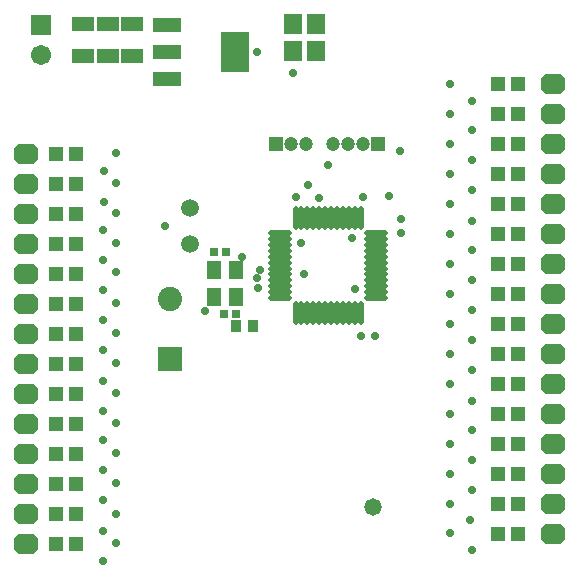
<source format=gts>
G04*
G04 #@! TF.GenerationSoftware,Altium Limited,Altium Designer,23.9.2 (47)*
G04*
G04 Layer_Color=8388736*
%FSLAX44Y44*%
%MOMM*%
G71*
G04*
G04 #@! TF.SameCoordinates,60F5B71E-2B93-43DD-B637-9BD39DAD1F72*
G04*
G04*
G04 #@! TF.FilePolarity,Negative*
G04*
G01*
G75*
%ADD27R,1.5032X1.8032*%
%ADD28R,2.4032X3.5032*%
%ADD29R,2.4032X1.2032*%
%ADD30R,1.9032X1.3032*%
%ADD31O,2.0032X0.5032*%
%ADD32O,0.5032X2.0032*%
%ADD33R,1.3032X1.5032*%
%ADD34R,0.9032X1.1032*%
%ADD35R,0.8032X0.7032*%
%ADD36R,1.2032X1.3032*%
%ADD37C,1.7032*%
%ADD38R,1.7032X1.7032*%
%ADD39R,1.2032X1.2032*%
%ADD40C,1.2032*%
%ADD41C,1.5032*%
%ADD42C,2.0532*%
%ADD43R,2.0532X2.0532*%
G04:AMPARAMS|DCode=44|XSize=2.1082mm|YSize=1.7272mm|CornerRadius=0mm|HoleSize=0mm|Usage=FLASHONLY|Rotation=180.000|XOffset=0mm|YOffset=0mm|HoleType=Round|Shape=Octagon|*
%AMOCTAGOND44*
4,1,8,-1.0541,0.4318,-1.0541,-0.4318,-0.6223,-0.8636,0.6223,-0.8636,1.0541,-0.4318,1.0541,0.4318,0.6223,0.8636,-0.6223,0.8636,-1.0541,0.4318,0.0*
%
%ADD44OCTAGOND44*%

%ADD45C,1.4732*%
%ADD46C,0.7112*%
D27*
X273500Y595000D02*
D03*
X254500D02*
D03*
Y571988D02*
D03*
X273500D02*
D03*
D28*
X205500Y571250D02*
D03*
D29*
X147500Y548250D02*
D03*
Y571250D02*
D03*
Y594250D02*
D03*
D30*
X118104Y567410D02*
D03*
Y594410D02*
D03*
X97530D02*
D03*
Y567410D02*
D03*
X76956Y594410D02*
D03*
Y567410D02*
D03*
D31*
X243500Y417750D02*
D03*
Y412750D02*
D03*
Y407750D02*
D03*
Y402750D02*
D03*
Y397750D02*
D03*
Y392750D02*
D03*
Y387750D02*
D03*
Y382750D02*
D03*
Y377750D02*
D03*
Y372750D02*
D03*
Y367750D02*
D03*
Y362750D02*
D03*
X324500D02*
D03*
Y367750D02*
D03*
Y372750D02*
D03*
Y377750D02*
D03*
Y382750D02*
D03*
Y387750D02*
D03*
Y392750D02*
D03*
Y397750D02*
D03*
Y402750D02*
D03*
Y407750D02*
D03*
Y412750D02*
D03*
Y417750D02*
D03*
D32*
X256500Y349750D02*
D03*
X261500D02*
D03*
X266500D02*
D03*
X271500D02*
D03*
X276500D02*
D03*
X281500D02*
D03*
X286500D02*
D03*
X291500D02*
D03*
X296500D02*
D03*
X301500D02*
D03*
X306500D02*
D03*
X311500D02*
D03*
Y430750D02*
D03*
X306500D02*
D03*
X301500D02*
D03*
X296500D02*
D03*
X291500D02*
D03*
X286500D02*
D03*
X281500D02*
D03*
X276500D02*
D03*
X271500D02*
D03*
X266500D02*
D03*
X261500D02*
D03*
X256500D02*
D03*
D33*
X205750Y363750D02*
D03*
Y386750D02*
D03*
X187750D02*
D03*
Y363750D02*
D03*
D34*
X205750Y339000D02*
D03*
X220750D02*
D03*
D35*
X187750Y401750D02*
D03*
X197750D02*
D03*
X205750Y349500D02*
D03*
X195750D02*
D03*
D36*
X445000Y162900D02*
D03*
X428000D02*
D03*
X445000Y188300D02*
D03*
X428000D02*
D03*
X445000Y213700D02*
D03*
X428000D02*
D03*
X445000Y239100D02*
D03*
X428000D02*
D03*
X445000Y264500D02*
D03*
X428000D02*
D03*
X445000Y289900D02*
D03*
X428000D02*
D03*
X445000Y315300D02*
D03*
X428000D02*
D03*
X445000Y340700D02*
D03*
X428000D02*
D03*
X445000Y366100D02*
D03*
X428000D02*
D03*
X445000Y391500D02*
D03*
X428000D02*
D03*
X445000Y416900D02*
D03*
X428000D02*
D03*
X445000Y442300D02*
D03*
X428000D02*
D03*
X445000Y467700D02*
D03*
X428000D02*
D03*
X445000Y493100D02*
D03*
X428000D02*
D03*
X445000Y518500D02*
D03*
X428000D02*
D03*
X445000Y543900D02*
D03*
X428000D02*
D03*
X53500Y383500D02*
D03*
X70500D02*
D03*
X53500Y434300D02*
D03*
X70500D02*
D03*
X53500Y408900D02*
D03*
X70500D02*
D03*
X53500Y256500D02*
D03*
X70500D02*
D03*
X53500Y281900D02*
D03*
X70500D02*
D03*
X53500Y307300D02*
D03*
X70500D02*
D03*
X53500Y332700D02*
D03*
X70500D02*
D03*
X53500Y358100D02*
D03*
X70500D02*
D03*
X53500Y459700D02*
D03*
X70500D02*
D03*
X53500Y485100D02*
D03*
X70500D02*
D03*
Y154900D02*
D03*
X53500D02*
D03*
X70500Y180300D02*
D03*
X53500D02*
D03*
Y205700D02*
D03*
X70500D02*
D03*
X53500Y231100D02*
D03*
X70500D02*
D03*
D37*
X41250Y568750D02*
D03*
D38*
Y594150D02*
D03*
D39*
X240050Y493500D02*
D03*
X326150D02*
D03*
D40*
X252750D02*
D03*
X265450D02*
D03*
X313450D02*
D03*
X300750D02*
D03*
X288050D02*
D03*
D41*
X167250Y439250D02*
D03*
Y408250D02*
D03*
D42*
X150250Y362150D02*
D03*
D43*
Y311350D02*
D03*
D44*
X28500Y485100D02*
D03*
Y459700D02*
D03*
Y434300D02*
D03*
Y408900D02*
D03*
Y383500D02*
D03*
Y358100D02*
D03*
Y332700D02*
D03*
Y307300D02*
D03*
Y281900D02*
D03*
Y256500D02*
D03*
Y231100D02*
D03*
Y205700D02*
D03*
Y180300D02*
D03*
Y154900D02*
D03*
X474500Y543900D02*
D03*
Y518500D02*
D03*
Y493100D02*
D03*
Y467700D02*
D03*
Y442300D02*
D03*
Y416900D02*
D03*
Y391500D02*
D03*
Y366100D02*
D03*
Y340700D02*
D03*
Y315300D02*
D03*
Y289900D02*
D03*
Y264500D02*
D03*
Y239100D02*
D03*
Y213700D02*
D03*
Y188300D02*
D03*
Y162900D02*
D03*
D45*
X322250Y185500D02*
D03*
D46*
X406250Y250872D02*
D03*
X254500Y553000D02*
D03*
X224250Y571500D02*
D03*
X344750Y487250D02*
D03*
X335250Y449500D02*
D03*
X345500Y430000D02*
D03*
X283750Y475500D02*
D03*
X313500Y448750D02*
D03*
X267000Y458750D02*
D03*
X276750Y447750D02*
D03*
X94500Y470166D02*
D03*
Y444416D02*
D03*
X406250Y479416D02*
D03*
X387250Y493200D02*
D03*
X406250Y504666D02*
D03*
X387250Y417000D02*
D03*
X387350Y340819D02*
D03*
X406250Y529916D02*
D03*
X387250Y544000D02*
D03*
Y518600D02*
D03*
X406250Y454072D02*
D03*
X387250Y468127D02*
D03*
X406250Y428434D02*
D03*
X387250Y442400D02*
D03*
X406250Y403166D02*
D03*
Y377916D02*
D03*
X387350Y391755D02*
D03*
X406250Y352416D02*
D03*
Y301666D02*
D03*
Y326916D02*
D03*
X387350Y315505D02*
D03*
X406250Y275750D02*
D03*
X387250Y290000D02*
D03*
X387350Y265005D02*
D03*
X387250Y163499D02*
D03*
X406250Y149166D02*
D03*
Y225472D02*
D03*
X387350Y239505D02*
D03*
X387550Y213700D02*
D03*
X406250Y200072D02*
D03*
X404500Y174500D02*
D03*
X387250Y188400D02*
D03*
X345500Y417750D02*
D03*
X387250Y366200D02*
D03*
X306500Y370750D02*
D03*
X104500Y485200D02*
D03*
X256500Y448750D02*
D03*
X104500Y459800D02*
D03*
Y282000D02*
D03*
Y307400D02*
D03*
X146000Y423750D02*
D03*
X224750Y371000D02*
D03*
X93750Y420672D02*
D03*
X104500Y434755D02*
D03*
X104431Y358255D02*
D03*
X93750Y369872D02*
D03*
X104531Y384500D02*
D03*
X104500Y332800D02*
D03*
X224250Y379500D02*
D03*
X226189Y386875D02*
D03*
X304500Y413250D02*
D03*
X261000Y409500D02*
D03*
X180000Y351750D02*
D03*
X211500Y397750D02*
D03*
X264000Y382750D02*
D03*
X311500Y330750D02*
D03*
X323500D02*
D03*
X93750Y395272D02*
D03*
X104500Y409505D02*
D03*
X104400Y180255D02*
D03*
X93750Y344166D02*
D03*
Y319111D02*
D03*
X104500Y256600D02*
D03*
Y231200D02*
D03*
Y205800D02*
D03*
Y155000D02*
D03*
X93750Y217166D02*
D03*
Y242416D02*
D03*
Y165416D02*
D03*
Y191916D02*
D03*
Y292666D02*
D03*
Y267416D02*
D03*
Y140166D02*
D03*
M02*

</source>
